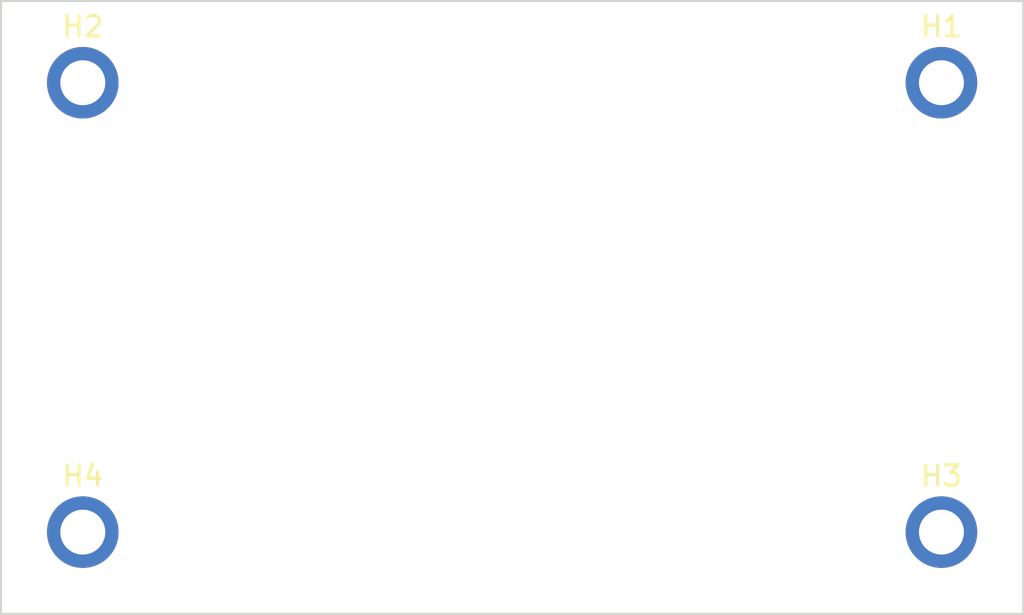
<source format=kicad_pcb>
(kicad_pcb (version 20211014) (generator pcbnew)
  (layers (0 "F.Cu" signal) (31 "B.Cu" signal) (34 "B.Paste" user) (35 "F.Paste" user) (36 "B.SilkS" user "B.Silkscreen") (37 "F.SilkS" user "F.Silkscreen") (38 "B.Mask" user) (39 "F.Mask" user) (44 "Edge.Cuts" user))
  (net 0 "")
  (footprint "MountingHole:MountingHole_2.2mm_M2_ISO7380_Pad" (layer "F.Cu") (at 1086 -166)
    (fp_text reference "H1" (at 0 -2.75) (layer "F.SilkS"))
    (fp_text value "MountingHole_2.2mm_M2_ISO7380_Pad" hide)
    (pad "1" thru_hole circle (at 0 0) (size 3.5 3.5) (drill 2.2) (layers *.Cu *.Mask))
  )
  (footprint "MountingHole:MountingHole_2.2mm_M2_ISO7380_Pad" (layer "F.Cu") (at 1086 -144)
    (fp_text reference "H3" (at 0 -2.75) (layer "F.SilkS"))
    (fp_text value "MountingHole_2.2mm_M2_ISO7380_Pad" hide)
    (pad "1" thru_hole circle (at 0 0) (size 3.5 3.5) (drill 2.2) (layers *.Cu *.Mask))
  )
  (footprint "MountingHole:MountingHole_2.2mm_M2_ISO7380_Pad" (layer "F.Cu") (at 1044 -166)
    (fp_text reference "H2" (at 0 -2.75) (layer "F.SilkS"))
    (fp_text value "MountingHole_2.2mm_M2_ISO7380_Pad" hide)
    (pad "1" thru_hole circle (at 0 0) (size 3.5 3.5) (drill 2.2) (layers *.Cu *.Mask))
  )
  (footprint "MountingHole:MountingHole_2.2mm_M2_ISO7380_Pad" (layer "F.Cu") (at 1044 -144)
    (fp_text reference "H4" (at 0 -2.75) (layer "F.SilkS"))
    (fp_text value "MountingHole_2.2mm_M2_ISO7380_Pad" hide)
    (pad "1" thru_hole circle (at 0 0) (size 3.5 3.5) (drill 2.2) (layers *.Cu *.Mask))
  )
  (gr_line locked (start 1040 -140) (end 1040 -170) (layer "Edge.Cuts") (width 0.1))
  (gr_line locked (start 1090 -140) (end 1040 -140) (layer "Edge.Cuts") (width 0.1))
  (gr_line locked (start 1090 -170) (end 1090 -140) (layer "Edge.Cuts") (width 0.1))
  (gr_line locked (start 1040 -170) (end 1090 -170) (layer "Edge.Cuts") (width 0.1))
)
</source>
